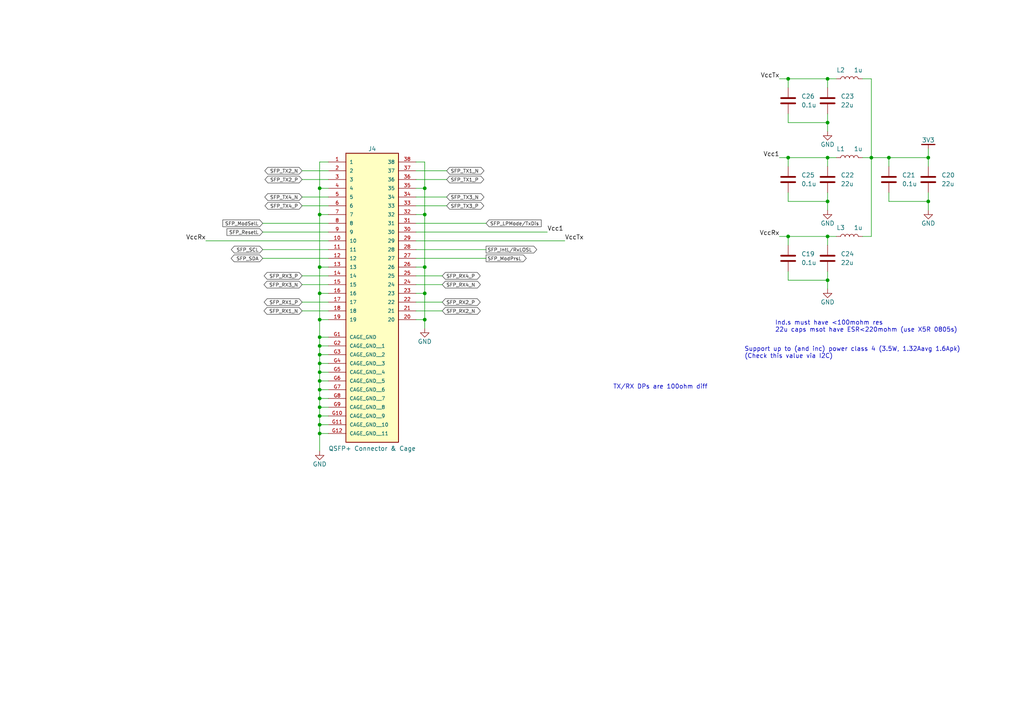
<source format=kicad_sch>
(kicad_sch (version 20230121) (generator eeschema)
  (paper "A4")
  (title_block (title "QSFP+ Connector") (date "2023-12-22") (rev "A") (company "Jordan Harris-Toovy") (comment 1 "Mainboard for Capstone Project at Oregon Tech") (comment 2 "Power and connector for the QSFP+ (Quad SFF-8431) interface"))
  (lib_symbols
    (symbol "Capstone_Library:3V3" (power) (pin_numbers hide) (pin_names (offset 0) hide) (in_bom no) (on_board no)
      (property "Value" "3V3" (at 0 1.27 0))
      (symbol "3V3_0_1"
        (polyline (pts (xy 0 0) (xy 0 -1.27)))
      )
      (symbol "3V3_1_1"
        (polyline (pts (xy -1.905 0) (xy 1.905 0)) (stroke (width 0.35)))
        (pin power_in line (at 0 -1.27 90) (length 1.27) hide (name "3V3") (number "1"))
      )
    )
    (symbol "Capstone_Library:U95T151100A+FS1Z3820Z660" (pin_names (offset 1.016))
      (property "Reference" "J" (at -7.62 28.702 0))
      (property "Value" "QSFP+ Connector & Cage" (at 0 -58.42 0))
      (symbol "U95T151100A+FS1Z3820Z660_0_0"
        (rectangle (start -7.62 27.94) (end 7.62 -55.88) (stroke (width 0.254)) (fill (type background)))
        (pin passive line (at -12.7 25.4 0) (length 5.08) (name "1") (number "1"))
        (pin passive line (at -12.7 2.54 0) (length 5.08) (name "10") (number "10"))
        (pin passive line (at -12.7 0 0) (length 5.08) (name "11") (number "11"))
        (pin passive line (at -12.7 -2.54 0) (length 5.08) (name "12") (number "12"))
        (pin passive line (at -12.7 -5.08 0) (length 5.08) (name "13") (number "13"))
        (pin passive line (at -12.7 -7.62 0) (length 5.08) (name "14") (number "14"))
        (pin passive line (at -12.7 -10.16 0) (length 5.08) (name "15") (number "15"))
        (pin passive line (at -12.7 -12.7 0) (length 5.08) (name "16") (number "16"))
        (pin passive line (at -12.7 -15.24 0) (length 5.08) (name "17") (number "17"))
        (pin passive line (at -12.7 -17.78 0) (length 5.08) (name "18") (number "18"))
        (pin passive line (at -12.7 -20.32 0) (length 5.08) (name "19") (number "19"))
        (pin passive line (at -12.7 22.86 0) (length 5.08) (name "2") (number "2"))
        (pin passive line (at 12.7 -20.32 180) (length 5.08) (name "20") (number "20"))
        (pin passive line (at 12.7 -17.78 180) (length 5.08) (name "21") (number "21"))
        (pin passive line (at 12.7 -15.24 180) (length 5.08) (name "22") (number "22"))
        (pin passive line (at 12.7 -12.7 180) (length 5.08) (name "23") (number "23"))
        (pin passive line (at 12.7 -10.16 180) (length 5.08) (name "24") (number "24"))
        (pin passive line (at 12.7 -7.62 180) (length 5.08) (name "25") (number "25"))
        (pin passive line (at 12.7 -5.08 180) (length 5.08) (name "26") (number "26"))
        (pin passive line (at 12.7 -2.54 180) (length 5.08) (name "27") (number "27"))
        (pin passive line (at 12.7 0 180) (length 5.08) (name "28") (number "28"))
        (pin passive line (at 12.7 2.54 180) (length 5.08) (name "29") (number "29"))
        (pin passive line (at -12.7 20.32 0) (length 5.08) (name "3") (number "3"))
        (pin passive line (at 12.7 5.08 180) (length 5.08) (name "30") (number "30"))
        (pin passive line (at 12.7 7.62 180) (length 5.08) (name "31") (number "31"))
        (pin passive line (at 12.7 10.16 180) (length 5.08) (name "32") (number "32"))
        (pin passive line (at 12.7 12.7 180) (length 5.08) (name "33") (number "33"))
        (pin passive line (at 12.7 15.24 180) (length 5.08) (name "34") (number "34"))
        (pin passive line (at 12.7 17.78 180) (length 5.08) (name "35") (number "35"))
        (pin passive line (at 12.7 20.32 180) (length 5.08) (name "36") (number "36"))
        (pin passive line (at 12.7 22.86 180) (length 5.08) (name "37") (number "37"))
        (pin passive line (at 12.7 25.4 180) (length 5.08) (name "38") (number "38"))
        (pin passive line (at -12.7 17.78 0) (length 5.08) (name "4") (number "4"))
        (pin passive line (at -12.7 15.24 0) (length 5.08) (name "5") (number "5"))
        (pin passive line (at -12.7 12.7 0) (length 5.08) (name "6") (number "6"))
        (pin passive line (at -12.7 10.16 0) (length 5.08) (name "7") (number "7"))
        (pin passive line (at -12.7 7.62 0) (length 5.08) (name "8") (number "8"))
        (pin passive line (at -12.7 5.08 0) (length 5.08) (name "9") (number "9"))
        (pin power_in line (at -12.7 -25.4 0) (length 5.08) (name "CAGE_GND") (number "G1"))
        (pin power_in line (at -12.7 -48.26 0) (length 5.08) (name "CAGE_GND__9") (number "G10"))
        (pin power_in line (at -12.7 -50.8 0) (length 5.08) (name "CAGE_GND__10") (number "G11"))
        (pin power_in line (at -12.7 -53.34 0) (length 5.08) (name "CAGE_GND__11") (number "G12"))
        (pin power_in line (at -12.7 -27.94 0) (length 5.08) (name "CAGE_GND__1") (number "G2"))
        (pin power_in line (at -12.7 -30.48 0) (length 5.08) (name "CAGE_GND__2") (number "G3"))
        (pin power_in line (at -12.7 -33.02 0) (length 5.08) (name "CAGE_GND__3") (number "G4"))
        (pin power_in line (at -12.7 -35.56 0) (length 5.08) (name "CAGE_GND__4") (number "G5"))
        (pin power_in line (at -12.7 -38.1 0) (length 5.08) (name "CAGE_GND__5") (number "G6"))
        (pin power_in line (at -12.7 -40.64 0) (length 5.08) (name "CAGE_GND__6") (number "G7"))
        (pin power_in line (at -12.7 -43.18 0) (length 5.08) (name "CAGE_GND__7") (number "G8"))
        (pin power_in line (at -12.7 -45.72 0) (length 5.08) (name "CAGE_GND__8") (number "G9"))
      )
    )
    (symbol "Device:C" (pin_numbers hide) (pin_names (offset 0.254))
      (property "Reference" "C" (at 0.635 2.54 0))
      (property "Value" "C" (at 0.635 -2.54 0))
      (symbol "C_0_1"
        (polyline (pts (xy -2.032 -0.762) (xy 2.032 -0.762)) (stroke (width 0.508)))
        (polyline (pts (xy -2.032 0.762) (xy 2.032 0.762)) (stroke (width 0.508)))
      )
      (symbol "C_1_1"
        (pin passive line (at 0 3.81 270) (length 2.794) (name "~") (number "1"))
        (pin passive line (at 0 -3.81 90) (length 2.794) (name "~") (number "2"))
      )
    )
    (symbol "Device:L" (pin_numbers hide) (pin_names (offset 1.016) hide)
      (property "Reference" "L" (at -1.27 0 90))
      (property "Value" "L" (at 1.905 0 90))
      (symbol "L_0_1"
        (arc (start 0 -2.54) (mid 0.6323 -1.905) (end 0 -1.27))
        (arc (start 0 -1.27) (mid 0.6323 -0.635) (end 0 0))
        (arc (start 0 0) (mid 0.6323 0.635) (end 0 1.27))
        (arc (start 0 1.27) (mid 0.6323 1.905) (end 0 2.54))
      )
      (symbol "L_1_1"
        (pin passive line (at 0 3.81 270) (length 1.27) (name "1") (number "1"))
        (pin passive line (at 0 -3.81 90) (length 1.27) (name "2") (number "2"))
      )
    )
    (symbol "power:GND" (power) (pin_names (offset 0))
      (property "Value" "GND" (at 0 -3.81 0))
      (symbol "GND_0_1"
        (polyline (pts (xy 0 0) (xy 0 -1.27) (xy 1.27 -1.27) (xy 0 -2.54) (xy -1.27 -1.27) (xy 0 -1.27)))
      )
      (symbol "GND_1_1"
        (pin power_in line (at 0 0 270) (length 0) hide (name "GND") (number "1"))
      )
    )
  )
  (junction (at 92.71 100.33))
  (junction (at 92.71 92.71))
  (junction (at 123.19 54.61))
  (junction (at 228.6 45.72))
  (junction (at 123.19 92.71))
  (junction (at 252.73 45.72))
  (junction (at 92.71 113.03))
  (junction (at 92.71 54.61))
  (junction (at 228.6 22.86))
  (junction (at 269.24 45.72))
  (junction (at 240.03 22.86))
  (junction (at 240.03 68.58))
  (junction (at 92.71 105.41))
  (junction (at 269.24 58.42))
  (junction (at 92.71 118.11))
  (junction (at 240.03 45.72))
  (junction (at 92.71 110.49))
  (junction (at 240.03 81.28))
  (junction (at 123.19 85.09))
  (junction (at 92.71 77.47))
  (junction (at 92.71 107.95))
  (junction (at 92.71 85.09))
  (junction (at 92.71 120.65))
  (junction (at 228.6 68.58))
  (junction (at 92.71 97.79))
  (junction (at 240.03 35.56))
  (junction (at 92.71 115.57))
  (junction (at 257.81 45.72))
  (junction (at 123.19 77.47))
  (junction (at 92.71 125.73))
  (junction (at 92.71 102.87))
  (junction (at 123.19 62.23))
  (junction (at 92.71 62.23))
  (junction (at 92.71 123.19))
  (junction (at 240.03 58.42))
  (wire (pts (xy 242.57 68.58) (xy 240.03 68.58)))
  (wire (pts (xy 240.03 45.72) (xy 240.03 48.26)))
  (wire (pts (xy 240.03 38.1) (xy 240.03 35.56)))
  (wire (pts (xy 92.71 110.49) (xy 92.71 113.03)))
  (wire (pts (xy 123.19 92.71) (xy 123.19 95.25)))
  (wire (pts (xy 120.65 74.93) (xy 140.97 74.93)))
  (wire (pts (xy 87.63 52.07) (xy 95.25 52.07)))
  (wire (pts (xy 95.25 110.49) (xy 92.71 110.49)))
  (wire (pts (xy 123.19 77.47) (xy 123.19 85.09)))
  (wire (pts (xy 269.24 48.26) (xy 269.24 45.72)))
  (wire (pts (xy 228.6 55.88) (xy 228.6 58.42)))
  (wire (pts (xy 128.27 87.63) (xy 120.65 87.63)))
  (wire (pts (xy 123.19 46.99) (xy 123.19 54.61)))
  (wire (pts (xy 120.65 54.61) (xy 123.19 54.61)))
  (wire (pts (xy 129.54 59.69) (xy 120.65 59.69)))
  (wire (pts (xy 240.03 78.74) (xy 240.03 81.28)))
  (wire (pts (xy 92.71 92.71) (xy 95.25 92.71)))
  (wire (pts (xy 92.71 113.03) (xy 92.71 115.57)))
  (wire (pts (xy 87.63 80.01) (xy 95.25 80.01)))
  (wire (pts (xy 228.6 78.74) (xy 228.6 81.28)))
  (wire (pts (xy 252.73 45.72) (xy 252.73 22.86)))
  (wire (pts (xy 76.2 64.77) (xy 95.25 64.77)))
  (wire (pts (xy 92.71 62.23) (xy 92.71 54.61)))
  (wire (pts (xy 95.25 120.65) (xy 92.71 120.65)))
  (wire (pts (xy 92.71 77.47) (xy 92.71 62.23)))
  (wire (pts (xy 228.6 22.86) (xy 240.03 22.86)))
  (wire (pts (xy 92.71 97.79) (xy 92.71 100.33)))
  (wire (pts (xy 92.71 118.11) (xy 92.71 120.65)))
  (wire (pts (xy 92.71 54.61) (xy 92.71 46.99)))
  (wire (pts (xy 92.71 97.79) (xy 92.71 92.71)))
  (wire (pts (xy 92.71 77.47) (xy 95.25 77.47)))
  (wire (pts (xy 95.25 118.11) (xy 92.71 118.11)))
  (wire (pts (xy 226.06 22.86) (xy 228.6 22.86)))
  (wire (pts (xy 92.71 123.19) (xy 92.71 125.73)))
  (wire (pts (xy 240.03 33.02) (xy 240.03 35.56)))
  (wire (pts (xy 269.24 60.96) (xy 269.24 58.42)))
  (wire (pts (xy 252.73 68.58) (xy 252.73 45.72)))
  (wire (pts (xy 123.19 62.23) (xy 123.19 77.47)))
  (wire (pts (xy 250.19 68.58) (xy 252.73 68.58)))
  (wire (pts (xy 269.24 58.42) (xy 257.81 58.42)))
  (wire (pts (xy 95.25 113.03) (xy 92.71 113.03)))
  (wire (pts (xy 87.63 82.55) (xy 95.25 82.55)))
  (wire (pts (xy 269.24 55.88) (xy 269.24 58.42)))
  (wire (pts (xy 92.71 130.81) (xy 92.71 125.73)))
  (wire (pts (xy 240.03 58.42) (xy 228.6 58.42)))
  (wire (pts (xy 252.73 45.72) (xy 257.81 45.72)))
  (wire (pts (xy 240.03 81.28) (xy 228.6 81.28)))
  (wire (pts (xy 92.71 120.65) (xy 92.71 123.19)))
  (wire (pts (xy 95.25 107.95) (xy 92.71 107.95)))
  (wire (pts (xy 240.03 68.58) (xy 228.6 68.58)))
  (wire (pts (xy 92.71 85.09) (xy 92.71 77.47)))
  (wire (pts (xy 228.6 22.86) (xy 228.6 25.4)))
  (wire (pts (xy 240.03 22.86) (xy 240.03 25.4)))
  (wire (pts (xy 128.27 90.17) (xy 120.65 90.17)))
  (wire (pts (xy 240.03 45.72) (xy 228.6 45.72)))
  (wire (pts (xy 250.19 45.72) (xy 252.73 45.72)))
  (wire (pts (xy 92.71 105.41) (xy 92.71 107.95)))
  (wire (pts (xy 120.65 72.39) (xy 140.97 72.39)))
  (wire (pts (xy 120.65 92.71) (xy 123.19 92.71)))
  (wire (pts (xy 76.2 72.39) (xy 95.25 72.39)))
  (wire (pts (xy 95.25 123.19) (xy 92.71 123.19)))
  (wire (pts (xy 87.63 87.63) (xy 95.25 87.63)))
  (wire (pts (xy 87.63 49.53) (xy 95.25 49.53)))
  (wire (pts (xy 59.69 69.85) (xy 95.25 69.85)))
  (wire (pts (xy 123.19 54.61) (xy 123.19 62.23)))
  (wire (pts (xy 228.6 33.02) (xy 228.6 35.56)))
  (wire (pts (xy 123.19 85.09) (xy 120.65 85.09)))
  (wire (pts (xy 95.25 97.79) (xy 92.71 97.79)))
  (wire (pts (xy 120.65 64.77) (xy 140.97 64.77)))
  (wire (pts (xy 95.25 115.57) (xy 92.71 115.57)))
  (wire (pts (xy 228.6 45.72) (xy 228.6 48.26)))
  (wire (pts (xy 92.71 92.71) (xy 92.71 85.09)))
  (wire (pts (xy 242.57 22.86) (xy 240.03 22.86)))
  (wire (pts (xy 92.71 62.23) (xy 95.25 62.23)))
  (wire (pts (xy 242.57 45.72) (xy 240.03 45.72)))
  (wire (pts (xy 95.25 102.87) (xy 92.71 102.87)))
  (wire (pts (xy 240.03 60.96) (xy 240.03 58.42)))
  (wire (pts (xy 120.65 62.23) (xy 123.19 62.23)))
  (wire (pts (xy 92.71 46.99) (xy 95.25 46.99)))
  (wire (pts (xy 120.65 69.85) (xy 163.83 69.85)))
  (wire (pts (xy 87.63 57.15) (xy 95.25 57.15)))
  (wire (pts (xy 252.73 22.86) (xy 250.19 22.86)))
  (wire (pts (xy 120.65 77.47) (xy 123.19 77.47)))
  (wire (pts (xy 128.27 82.55) (xy 120.65 82.55)))
  (wire (pts (xy 95.25 105.41) (xy 92.71 105.41)))
  (wire (pts (xy 129.54 49.53) (xy 120.65 49.53)))
  (wire (pts (xy 92.71 85.09) (xy 95.25 85.09)))
  (wire (pts (xy 228.6 68.58) (xy 226.06 68.58)))
  (wire (pts (xy 92.71 100.33) (xy 92.71 102.87)))
  (wire (pts (xy 92.71 115.57) (xy 92.71 118.11)))
  (wire (pts (xy 87.63 90.17) (xy 95.25 90.17)))
  (wire (pts (xy 120.65 46.99) (xy 123.19 46.99)))
  (wire (pts (xy 257.81 45.72) (xy 257.81 48.26)))
  (wire (pts (xy 240.03 35.56) (xy 228.6 35.56)))
  (wire (pts (xy 129.54 57.15) (xy 120.65 57.15)))
  (wire (pts (xy 92.71 107.95) (xy 92.71 110.49)))
  (wire (pts (xy 120.65 67.31) (xy 158.75 67.31)))
  (wire (pts (xy 92.71 102.87) (xy 92.71 105.41)))
  (wire (pts (xy 92.71 125.73) (xy 95.25 125.73)))
  (wire (pts (xy 257.81 55.88) (xy 257.81 58.42)))
  (wire (pts (xy 228.6 45.72) (xy 226.06 45.72)))
  (wire (pts (xy 128.27 80.01) (xy 120.65 80.01)))
  (wire (pts (xy 240.03 55.88) (xy 240.03 58.42)))
  (wire (pts (xy 129.54 52.07) (xy 120.65 52.07)))
  (wire (pts (xy 76.2 74.93) (xy 95.25 74.93)))
  (wire (pts (xy 269.24 43.18) (xy 269.24 45.72)))
  (wire (pts (xy 269.24 45.72) (xy 257.81 45.72)))
  (wire (pts (xy 240.03 83.82) (xy 240.03 81.28)))
  (wire (pts (xy 87.63 59.69) (xy 95.25 59.69)))
  (wire (pts (xy 95.25 100.33) (xy 92.71 100.33)))
  (wire (pts (xy 76.2 67.31) (xy 95.25 67.31)))
  (wire (pts (xy 123.19 92.71) (xy 123.19 85.09)))
  (wire (pts (xy 228.6 68.58) (xy 228.6 71.12)))
  (wire (pts (xy 92.71 54.61) (xy 95.25 54.61)))
  (wire (pts (xy 240.03 68.58) (xy 240.03 71.12)))
  (text "Ind.s must have <100mohm res\n22u caps msot have ESR<220mohm (use X5R 0805s)" (at 224.79 96.52 0) (effects (font (size 1.27 1.27)) (justify left bottom)))
  (text "Support up to (and inc) power class 4 (3.5W, 1.32Aavg 1.6Apk)\n(Check this value via I2C)" (at 215.9 104.14 0) (effects (font (size 1.27 1.27)) (justify left bottom)))
  (text "TX/RX DPs are 100ohm diff" (at 177.8 113.03 0) (effects (font (size 1.27 1.27)) (justify left bottom)))
  (label "VccRx" (at 226.06 68.58 180))
  (label "VccTx" (at 226.06 22.86 180))
  (label "VccRx" (at 59.69 69.85 180))
  (label "Vcc1" (at 226.06 45.72 180))
  (label "Vcc1" (at 158.75 67.31 0))
  (label "VccTx" (at 163.83 69.85 0))
  (global_label "SFP_TX4_N" (shape bidirectional) (at 87.63 57.15 180) (effects (font (size 1 1))) (property "Intersheetrefs" "${INTERSHEET_REFS}" (effects hide)))
  (global_label "SFP_SDA" (shape bidirectional) (at 76.2 74.93 180) (effects (font (size 1 1))) (property "Intersheetrefs" "${INTERSHEET_REFS}" (effects hide)))
  (global_label "SFP_TX2_P" (shape bidirectional) (at 87.63 52.07 180) (effects (font (size 1 1))) (property "Intersheetrefs" "${INTERSHEET_REFS}" (effects hide)))
  (global_label "SFP_TX4_P" (shape bidirectional) (at 87.63 59.69 180) (effects (font (size 1 1))) (property "Intersheetrefs" "${INTERSHEET_REFS}" (effects hide)))
  (global_label "SFP_TX3_N" (shape bidirectional) (at 129.54 57.15 0) (effects (font (size 1 1))) (property "Intersheetrefs" "${INTERSHEET_REFS}" (effects hide)))
  (global_label "SFP_RX4_P" (shape bidirectional) (at 128.27 80.01 0) (effects (font (size 1 1))) (property "Intersheetrefs" "${INTERSHEET_REFS}" (effects hide)))
  (global_label "SFP_ModPrsL" (shape output) (at 140.97 74.93 0) (effects (font (size 1 1))) (property "Intersheetrefs" "${INTERSHEET_REFS}" (effects hide)))
  (global_label "SFP_RX1_N" (shape bidirectional) (at 87.63 90.17 180) (effects (font (size 1 1))) (property "Intersheetrefs" "${INTERSHEET_REFS}" (effects hide)))
  (global_label "SFP_TX2_N" (shape bidirectional) (at 87.63 49.53 180) (effects (font (size 1 1))) (property "Intersheetrefs" "${INTERSHEET_REFS}" (effects hide)))
  (global_label "SFP_SCL" (shape bidirectional) (at 76.2 72.39 180) (effects (font (size 1 1))) (property "Intersheetrefs" "${INTERSHEET_REFS}" (effects hide)))
  (global_label "SFP_TX3_P" (shape bidirectional) (at 129.54 59.69 0) (effects (font (size 1 1))) (property "Intersheetrefs" "${INTERSHEET_REFS}" (effects hide)))
  (global_label "SFP_RX2_P" (shape bidirectional) (at 128.27 87.63 0) (effects (font (size 1 1))) (property "Intersheetrefs" "${INTERSHEET_REFS}" (effects hide)))
  (global_label "SFP_RX2_N" (shape bidirectional) (at 128.27 90.17 0) (effects (font (size 1 1))) (property "Intersheetrefs" "${INTERSHEET_REFS}" (effects hide)))
  (global_label "SFP_RX1_P" (shape bidirectional) (at 87.63 87.63 180) (effects (font (size 1 1))) (property "Intersheetrefs" "${INTERSHEET_REFS}" (effects hide)))
  (global_label "SFP_RX3_P" (shape bidirectional) (at 87.63 80.01 180) (effects (font (size 1 1))) (property "Intersheetrefs" "${INTERSHEET_REFS}" (effects hide)))
  (global_label "SFP_IntL{slash}RxLOSL" (shape output) (at 140.97 72.39 0) (effects (font (size 1 1))) (property "Intersheetrefs" "${INTERSHEET_REFS}" (effects hide)))
  (global_label "SFP_RX4_N" (shape bidirectional) (at 128.27 82.55 0) (effects (font (size 1 1))) (property "Intersheetrefs" "${INTERSHEET_REFS}" (effects hide)))
  (global_label "SFP_TX1_N" (shape bidirectional) (at 129.54 49.53 0) (effects (font (size 1 1))) (property "Intersheetrefs" "${INTERSHEET_REFS}" (effects hide)))
  (global_label "SFP_LPMode{slash}TxDis" (shape input) (at 140.97 64.77 0) (effects (font (size 1 1))) (property "Intersheetrefs" "${INTERSHEET_REFS}" (effects hide)))
  (global_label "SFP_TX1_P" (shape bidirectional) (at 129.54 52.07 0) (effects (font (size 1 1))) (property "Intersheetrefs" "${INTERSHEET_REFS}" (effects hide)))
  (global_label "SFP_RX3_N" (shape bidirectional) (at 87.63 82.55 180) (effects (font (size 1 1))) (property "Intersheetrefs" "${INTERSHEET_REFS}" (effects hide)))
  (global_label "SFP_ModSelL" (shape input) (at 76.2 64.77 180) (effects (font (size 1 1))) (property "Intersheetrefs" "${INTERSHEET_REFS}" (effects hide)))
  (global_label "SFP_ResetL" (shape input) (at 76.2 67.31 180) (effects (font (size 1 1))) (property "Intersheetrefs" "${INTERSHEET_REFS}" (effects hide)))
  (symbol (lib_id "Device:C") (at 228.6 74.93 0) (unit 1)
    (property "Reference" "C19" (at 232.41 73.66 0) (effects (justify left)))
    (property "Value" "0.1u" (at 232.41 76.2 0) (effects (justify left)))
  )
  (symbol (lib_id "power:GND") (at 240.03 38.1 0) (unit 1)
    (property "Reference" "#PWR086" (effects hide))
    (property "Value" "GND" (at 240.03 41.91 0))
  )
  (symbol (lib_id "Capstone_Library:3V3") (at 269.24 41.91 0) (unit 1) (in_bom no) (on_board no)
    (property "Reference" "#PWR03" (effects hide))
    (property "Value" "3V3" (at 269.24 40.64 0))
    (instances (project "Capstone_Project_Mainboard" (path "" (reference "#PWR03") (unit 1)) (path "" (reference "#PWR081") (unit 1)) (path "" (reference "#PWR082") (unit 1))))
  )
  (symbol (lib_id "Device:C") (at 240.03 52.07 0) (unit 1)
    (property "Reference" "C22" (at 243.84 50.8 0) (effects (justify left)))
    (property "Value" "22u" (at 243.84 53.34 0) (effects (justify left)))
  )
  (symbol (lib_id "Device:C") (at 228.6 29.21 0) (unit 1)
    (property "Reference" "C26" (at 232.41 27.94 0) (effects (justify left)))
    (property "Value" "0.1u" (at 232.41 30.48 0) (effects (justify left)))
  )
  (symbol (lib_id "power:GND") (at 269.24 60.96 0) (unit 1)
    (property "Reference" "#PWR083" (effects hide))
    (property "Value" "GND" (at 269.24 64.77 0))
  )
  (symbol (lib_id "Device:C") (at 240.03 29.21 0) (unit 1)
    (property "Reference" "C23" (at 243.84 27.94 0) (effects (justify left)))
    (property "Value" "22u" (at 243.84 30.48 0) (effects (justify left)))
  )
  (symbol (lib_id "power:GND") (at 240.03 60.96 0) (unit 1)
    (property "Reference" "#PWR085" (effects hide))
    (property "Value" "GND" (at 240.03 64.77 0))
  )
  (symbol (lib_id "power:GND") (at 240.03 83.82 0) (unit 1)
    (property "Reference" "#PWR084" (effects hide))
    (property "Value" "GND" (at 240.03 87.63 0))
  )
  (symbol (lib_id "Device:C") (at 240.03 74.93 0) (unit 1)
    (property "Reference" "C24" (at 243.84 73.66 0) (effects (justify left)))
    (property "Value" "22u" (at 243.84 76.2 0) (effects (justify left)))
  )
  (symbol (lib_id "Device:C") (at 257.81 52.07 0) (unit 1)
    (property "Reference" "C21" (at 261.62 50.8 0) (effects (justify left)))
    (property "Value" "0.1u" (at 261.62 53.34 0) (effects (justify left)))
  )
  (symbol (lib_id "Device:C") (at 269.24 52.07 0) (unit 1)
    (property "Reference" "C20" (at 273.05 50.8 0) (effects (justify left)))
    (property "Value" "22u" (at 273.05 53.34 0) (effects (justify left)))
  )
  (symbol (lib_id "power:GND") (at 92.71 130.81 0) (unit 1)
    (property "Reference" "#PWR087" (effects hide))
    (property "Value" "GND" (at 92.71 134.62 0))
  )
  (symbol (lib_id "power:GND") (at 123.19 95.25 0) (unit 1)
    (property "Reference" "#PWR088" (effects hide))
    (property "Value" "GND" (at 123.19 99.06 0))
  )
  (symbol (lib_id "Device:L") (at 246.38 22.86 90) (unit 1)
    (property "Reference" "L2" (at 243.84 20.32 90))
    (property "Value" "1u" (at 248.92 20.32 90))
  )
  (symbol (lib_id "Device:C") (at 228.6 52.07 0) (unit 1)
    (property "Reference" "C25" (at 232.41 50.8 0) (effects (justify left)))
    (property "Value" "0.1u" (at 232.41 53.34 0) (effects (justify left)))
  )
  (symbol (lib_id "Device:L") (at 246.38 45.72 90) (unit 1)
    (property "Reference" "L1" (at 243.84 43.18 90))
    (property "Value" "1u" (at 248.92 43.18 90))
  )
  (symbol (lib_id "Capstone_Library:U95T151100A+FS1Z3820Z660") (at 107.95 72.39 0) (unit 1)
    (property "Reference" "J4" (at 107.95 43.18 0))
    (property "Value" "QSFP+ Connector & Cage" (at 107.95 130.81 0) (effects (justify bottom)))
    (property "Footprint" "Capstone_Library:AMPHENOL_U95T151100A" (effects hide))
    (property "Notes" "Also uses one FS1-Z38-20Z6-60" (effects hide))
    (property "Part Number" "U95-T151-100A" (effects hide))
  )
  (symbol (lib_id "Device:L") (at 246.38 68.58 90) (unit 1)
    (property "Reference" "L3" (at 243.84 66.04 90))
    (property "Value" "1u" (at 248.92 66.04 90))
  )
)
</source>
